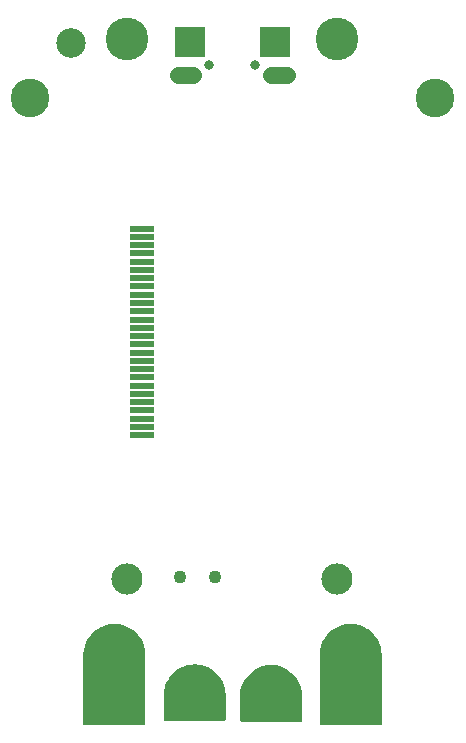
<source format=gbr>
G04 EAGLE Gerber RS-274X export*
G75*
%MOMM*%
%FSLAX34Y34*%
%LPD*%
%INSoldermask Bottom*%
%IPPOS*%
%AMOC8*
5,1,8,0,0,1.08239X$1,22.5*%
G01*
%ADD10C,2.641600*%
%ADD11C,3.276600*%
%ADD12C,3.617600*%
%ADD13C,4.317600*%
%ADD14C,2.501600*%
%ADD15C,0.801600*%
%ADD16R,2.514600X2.514600*%
%ADD17C,1.409600*%
%ADD18C,1.101600*%
%ADD19R,2.101600X0.501600*%

G36*
X125832Y-305418D02*
X125832Y-305418D01*
X125934Y-305410D01*
X125962Y-305398D01*
X125993Y-305393D01*
X126085Y-305349D01*
X126181Y-305311D01*
X126204Y-305291D01*
X126232Y-305278D01*
X126307Y-305208D01*
X126387Y-305143D01*
X126404Y-305117D01*
X126426Y-305096D01*
X126477Y-305007D01*
X126534Y-304922D01*
X126540Y-304898D01*
X126558Y-304866D01*
X126616Y-304606D01*
X126613Y-304568D01*
X126618Y-304545D01*
X126618Y-245745D01*
X126612Y-245706D01*
X126616Y-245682D01*
X126357Y-242067D01*
X126339Y-241986D01*
X126339Y-241941D01*
X125569Y-238400D01*
X125540Y-238323D01*
X125533Y-238279D01*
X124267Y-234883D01*
X124227Y-234810D01*
X124214Y-234768D01*
X122477Y-231587D01*
X122427Y-231521D01*
X122409Y-231480D01*
X120237Y-228579D01*
X120178Y-228521D01*
X120154Y-228483D01*
X117592Y-225921D01*
X117525Y-225872D01*
X117496Y-225838D01*
X114595Y-223666D01*
X114521Y-223627D01*
X114488Y-223598D01*
X111307Y-221861D01*
X111229Y-221832D01*
X111192Y-221808D01*
X107796Y-220542D01*
X107715Y-220525D01*
X107675Y-220506D01*
X104134Y-219736D01*
X104051Y-219730D01*
X104008Y-219718D01*
X100393Y-219459D01*
X100311Y-219466D01*
X100267Y-219459D01*
X96652Y-219718D01*
X96571Y-219736D01*
X96526Y-219736D01*
X92985Y-220506D01*
X92908Y-220536D01*
X92864Y-220542D01*
X89468Y-221808D01*
X89395Y-221848D01*
X89353Y-221861D01*
X86172Y-223598D01*
X86106Y-223648D01*
X86065Y-223666D01*
X83164Y-225838D01*
X83106Y-225897D01*
X83068Y-225921D01*
X80506Y-228483D01*
X80457Y-228550D01*
X80423Y-228579D01*
X78251Y-231480D01*
X78212Y-231554D01*
X78183Y-231587D01*
X76446Y-234768D01*
X76417Y-234846D01*
X76393Y-234883D01*
X75127Y-238279D01*
X75110Y-238360D01*
X75091Y-238400D01*
X74321Y-241941D01*
X74315Y-242024D01*
X74303Y-242067D01*
X74044Y-245682D01*
X74047Y-245721D01*
X74042Y-245745D01*
X74042Y-304545D01*
X74057Y-304647D01*
X74065Y-304749D01*
X74077Y-304777D01*
X74082Y-304808D01*
X74126Y-304900D01*
X74164Y-304996D01*
X74184Y-305019D01*
X74197Y-305047D01*
X74267Y-305122D01*
X74332Y-305202D01*
X74358Y-305219D01*
X74379Y-305241D01*
X74468Y-305292D01*
X74553Y-305349D01*
X74577Y-305355D01*
X74609Y-305373D01*
X74869Y-305431D01*
X74907Y-305428D01*
X74930Y-305433D01*
X125730Y-305433D01*
X125832Y-305418D01*
G37*
G36*
X-74193Y-305418D02*
X-74193Y-305418D01*
X-74091Y-305410D01*
X-74063Y-305398D01*
X-74032Y-305393D01*
X-73940Y-305349D01*
X-73844Y-305311D01*
X-73821Y-305291D01*
X-73793Y-305278D01*
X-73718Y-305208D01*
X-73638Y-305143D01*
X-73621Y-305117D01*
X-73599Y-305096D01*
X-73548Y-305007D01*
X-73491Y-304922D01*
X-73485Y-304898D01*
X-73467Y-304866D01*
X-73409Y-304606D01*
X-73412Y-304568D01*
X-73407Y-304545D01*
X-73407Y-245745D01*
X-73413Y-245706D01*
X-73409Y-245682D01*
X-73668Y-242067D01*
X-73686Y-241986D01*
X-73686Y-241941D01*
X-74456Y-238400D01*
X-74486Y-238323D01*
X-74492Y-238279D01*
X-75758Y-234883D01*
X-75798Y-234810D01*
X-75811Y-234768D01*
X-77548Y-231587D01*
X-77598Y-231521D01*
X-77616Y-231480D01*
X-79788Y-228579D01*
X-79847Y-228521D01*
X-79871Y-228483D01*
X-82433Y-225921D01*
X-82500Y-225872D01*
X-82529Y-225838D01*
X-85430Y-223666D01*
X-85504Y-223627D01*
X-85537Y-223598D01*
X-88718Y-221861D01*
X-88796Y-221832D01*
X-88833Y-221808D01*
X-92229Y-220542D01*
X-92310Y-220525D01*
X-92350Y-220506D01*
X-95891Y-219736D01*
X-95974Y-219730D01*
X-96017Y-219718D01*
X-99632Y-219459D01*
X-99714Y-219466D01*
X-99758Y-219459D01*
X-103373Y-219718D01*
X-103454Y-219736D01*
X-103499Y-219736D01*
X-107040Y-220506D01*
X-107117Y-220536D01*
X-107161Y-220542D01*
X-110557Y-221808D01*
X-110630Y-221848D01*
X-110672Y-221861D01*
X-113853Y-223598D01*
X-113919Y-223648D01*
X-113960Y-223666D01*
X-116861Y-225838D01*
X-116919Y-225897D01*
X-116957Y-225921D01*
X-119519Y-228483D01*
X-119568Y-228550D01*
X-119602Y-228579D01*
X-121774Y-231480D01*
X-121813Y-231554D01*
X-121842Y-231587D01*
X-123579Y-234768D01*
X-123608Y-234846D01*
X-123632Y-234883D01*
X-124898Y-238279D01*
X-124915Y-238360D01*
X-124934Y-238400D01*
X-125704Y-241941D01*
X-125710Y-242024D01*
X-125722Y-242067D01*
X-125981Y-245682D01*
X-125978Y-245721D01*
X-125983Y-245745D01*
X-125983Y-304545D01*
X-125968Y-304647D01*
X-125960Y-304749D01*
X-125948Y-304777D01*
X-125943Y-304808D01*
X-125899Y-304900D01*
X-125861Y-304996D01*
X-125841Y-305019D01*
X-125828Y-305047D01*
X-125758Y-305122D01*
X-125693Y-305202D01*
X-125667Y-305219D01*
X-125646Y-305241D01*
X-125557Y-305292D01*
X-125472Y-305349D01*
X-125448Y-305355D01*
X-125416Y-305373D01*
X-125156Y-305431D01*
X-125118Y-305428D01*
X-125095Y-305433D01*
X-74295Y-305433D01*
X-74193Y-305418D01*
G37*
G36*
X-6248Y-301608D02*
X-6248Y-301608D01*
X-6146Y-301600D01*
X-6118Y-301588D01*
X-6087Y-301583D01*
X-5995Y-301539D01*
X-5899Y-301501D01*
X-5876Y-301481D01*
X-5848Y-301468D01*
X-5773Y-301398D01*
X-5693Y-301333D01*
X-5676Y-301307D01*
X-5654Y-301286D01*
X-5603Y-301197D01*
X-5546Y-301112D01*
X-5540Y-301088D01*
X-5522Y-301056D01*
X-5464Y-300796D01*
X-5467Y-300758D01*
X-5462Y-300735D01*
X-5462Y-280035D01*
X-5468Y-279996D01*
X-5464Y-279972D01*
X-5723Y-276357D01*
X-5741Y-276276D01*
X-5741Y-276231D01*
X-6511Y-272690D01*
X-6541Y-272613D01*
X-6547Y-272569D01*
X-7813Y-269173D01*
X-7853Y-269100D01*
X-7866Y-269058D01*
X-9603Y-265877D01*
X-9653Y-265811D01*
X-9671Y-265770D01*
X-11843Y-262869D01*
X-11902Y-262811D01*
X-11926Y-262773D01*
X-14488Y-260211D01*
X-14555Y-260162D01*
X-14584Y-260128D01*
X-17485Y-257956D01*
X-17559Y-257917D01*
X-17592Y-257888D01*
X-20773Y-256151D01*
X-20851Y-256122D01*
X-20888Y-256098D01*
X-24284Y-254832D01*
X-24365Y-254815D01*
X-24405Y-254796D01*
X-27946Y-254026D01*
X-28029Y-254020D01*
X-28072Y-254008D01*
X-31687Y-253749D01*
X-31769Y-253756D01*
X-31813Y-253749D01*
X-35428Y-254008D01*
X-35509Y-254026D01*
X-35554Y-254026D01*
X-39095Y-254796D01*
X-39172Y-254826D01*
X-39216Y-254832D01*
X-42612Y-256098D01*
X-42685Y-256138D01*
X-42727Y-256151D01*
X-45908Y-257888D01*
X-45974Y-257938D01*
X-46015Y-257956D01*
X-48916Y-260128D01*
X-48974Y-260187D01*
X-49012Y-260211D01*
X-51574Y-262773D01*
X-51623Y-262840D01*
X-51657Y-262869D01*
X-53829Y-265770D01*
X-53868Y-265844D01*
X-53897Y-265877D01*
X-55634Y-269058D01*
X-55663Y-269136D01*
X-55687Y-269173D01*
X-56953Y-272569D01*
X-56970Y-272650D01*
X-56989Y-272690D01*
X-57759Y-276231D01*
X-57765Y-276314D01*
X-57777Y-276357D01*
X-58036Y-279972D01*
X-58033Y-280011D01*
X-58038Y-280035D01*
X-58038Y-300735D01*
X-58023Y-300837D01*
X-58015Y-300939D01*
X-58003Y-300967D01*
X-57998Y-300998D01*
X-57954Y-301090D01*
X-57916Y-301186D01*
X-57896Y-301209D01*
X-57883Y-301237D01*
X-57813Y-301312D01*
X-57748Y-301392D01*
X-57722Y-301409D01*
X-57701Y-301431D01*
X-57612Y-301482D01*
X-57527Y-301539D01*
X-57503Y-301545D01*
X-57471Y-301563D01*
X-57211Y-301621D01*
X-57173Y-301618D01*
X-57150Y-301623D01*
X-6350Y-301623D01*
X-6248Y-301608D01*
G37*
G36*
X58522Y-302243D02*
X58522Y-302243D01*
X58624Y-302235D01*
X58652Y-302223D01*
X58683Y-302218D01*
X58775Y-302174D01*
X58871Y-302136D01*
X58894Y-302116D01*
X58922Y-302103D01*
X58997Y-302033D01*
X59077Y-301968D01*
X59094Y-301942D01*
X59116Y-301921D01*
X59167Y-301832D01*
X59224Y-301747D01*
X59230Y-301723D01*
X59248Y-301691D01*
X59306Y-301431D01*
X59303Y-301393D01*
X59308Y-301370D01*
X59308Y-280670D01*
X59302Y-280631D01*
X59306Y-280607D01*
X59047Y-276992D01*
X59029Y-276911D01*
X59029Y-276866D01*
X58259Y-273325D01*
X58230Y-273248D01*
X58223Y-273204D01*
X56957Y-269808D01*
X56917Y-269735D01*
X56904Y-269693D01*
X55167Y-266512D01*
X55117Y-266446D01*
X55099Y-266405D01*
X52927Y-263504D01*
X52868Y-263446D01*
X52844Y-263408D01*
X50282Y-260846D01*
X50215Y-260797D01*
X50186Y-260763D01*
X47285Y-258591D01*
X47211Y-258552D01*
X47178Y-258523D01*
X43997Y-256786D01*
X43919Y-256757D01*
X43882Y-256733D01*
X40486Y-255467D01*
X40405Y-255450D01*
X40365Y-255431D01*
X36824Y-254661D01*
X36741Y-254655D01*
X36698Y-254643D01*
X33083Y-254384D01*
X33001Y-254391D01*
X32957Y-254384D01*
X29342Y-254643D01*
X29261Y-254661D01*
X29216Y-254661D01*
X25675Y-255431D01*
X25598Y-255461D01*
X25554Y-255467D01*
X22158Y-256733D01*
X22085Y-256773D01*
X22043Y-256786D01*
X18862Y-258523D01*
X18796Y-258573D01*
X18755Y-258591D01*
X15854Y-260763D01*
X15796Y-260822D01*
X15758Y-260846D01*
X13196Y-263408D01*
X13147Y-263475D01*
X13113Y-263504D01*
X10941Y-266405D01*
X10902Y-266479D01*
X10873Y-266512D01*
X9136Y-269693D01*
X9107Y-269771D01*
X9083Y-269808D01*
X7817Y-273204D01*
X7800Y-273285D01*
X7781Y-273325D01*
X7011Y-276866D01*
X7005Y-276949D01*
X6993Y-276992D01*
X6734Y-280607D01*
X6737Y-280646D01*
X6732Y-280670D01*
X6732Y-301370D01*
X6747Y-301472D01*
X6755Y-301574D01*
X6767Y-301602D01*
X6772Y-301633D01*
X6816Y-301725D01*
X6854Y-301821D01*
X6874Y-301844D01*
X6887Y-301872D01*
X6957Y-301947D01*
X7022Y-302027D01*
X7048Y-302044D01*
X7069Y-302066D01*
X7158Y-302117D01*
X7243Y-302174D01*
X7267Y-302180D01*
X7299Y-302198D01*
X7559Y-302256D01*
X7597Y-302253D01*
X7620Y-302258D01*
X58420Y-302258D01*
X58522Y-302243D01*
G37*
D10*
X88900Y-181610D03*
X-88900Y-181610D03*
D11*
X-170815Y226060D03*
X172085Y226060D03*
D12*
X88900Y275590D03*
X-88900Y275590D03*
D13*
X-99695Y-241935D03*
X-31750Y-276225D03*
X33020Y-276860D03*
X100330Y-241935D03*
D14*
X-136732Y272492D03*
D15*
X19500Y254000D03*
X-19500Y254000D03*
D16*
X-36000Y273000D03*
X36000Y273000D03*
D17*
X33000Y245000D02*
X46080Y245000D01*
X-33000Y245000D02*
X-46080Y245000D01*
D18*
X-14210Y-179705D03*
X-44210Y-179705D03*
D19*
X-76730Y-59895D03*
X-76730Y-52895D03*
X-76730Y-45895D03*
X-76730Y-38895D03*
X-76730Y-31895D03*
X-76730Y-24895D03*
X-76730Y-17895D03*
X-76730Y-10895D03*
X-76730Y-3895D03*
X-76730Y3105D03*
X-76730Y10105D03*
X-76730Y17105D03*
X-76730Y24105D03*
X-76730Y31105D03*
X-76730Y38105D03*
X-76730Y45105D03*
X-76730Y52105D03*
X-76730Y59105D03*
X-76730Y66105D03*
X-76730Y73105D03*
X-76730Y80105D03*
X-76730Y87105D03*
X-76730Y94105D03*
X-76730Y101105D03*
X-76730Y108105D03*
X-76230Y115105D03*
M02*

</source>
